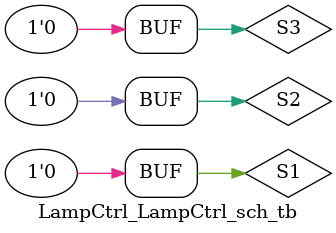
<source format=v>

`timescale 1ns / 1ps

module LampCtrl_LampCtrl_sch_tb();

// Inputs
   reg S3;
   reg S1;
   reg S2;

// Output
   wire F;

// Bidirs

// Instantiate the UUT
   LampCtrl UUT (
		.S3(S3), 
		.S1(S1), 
		.S2(S2), 
		.F(F)
   );
// Initialize Inputs
//   `ifdef auto_init
	initial begin
		S1 = 0;
		S2 = 0;
		S3 = 0;
	#50 S1 = 1;
	#50 S1 = 0;
		S2 = 1;
	#50 S1 = 1;
	#50 S1 = 0;
		S2 = 0;
		S3 = 1;
    #50 S1 = 1;
	#50 S1 = 0;
		S2 = 1;
	#50 S1 = 1;
	#50 S1 = 0;
		S2 = 0;
		S3 = 0;
	end
//   `endif
endmodule

</source>
